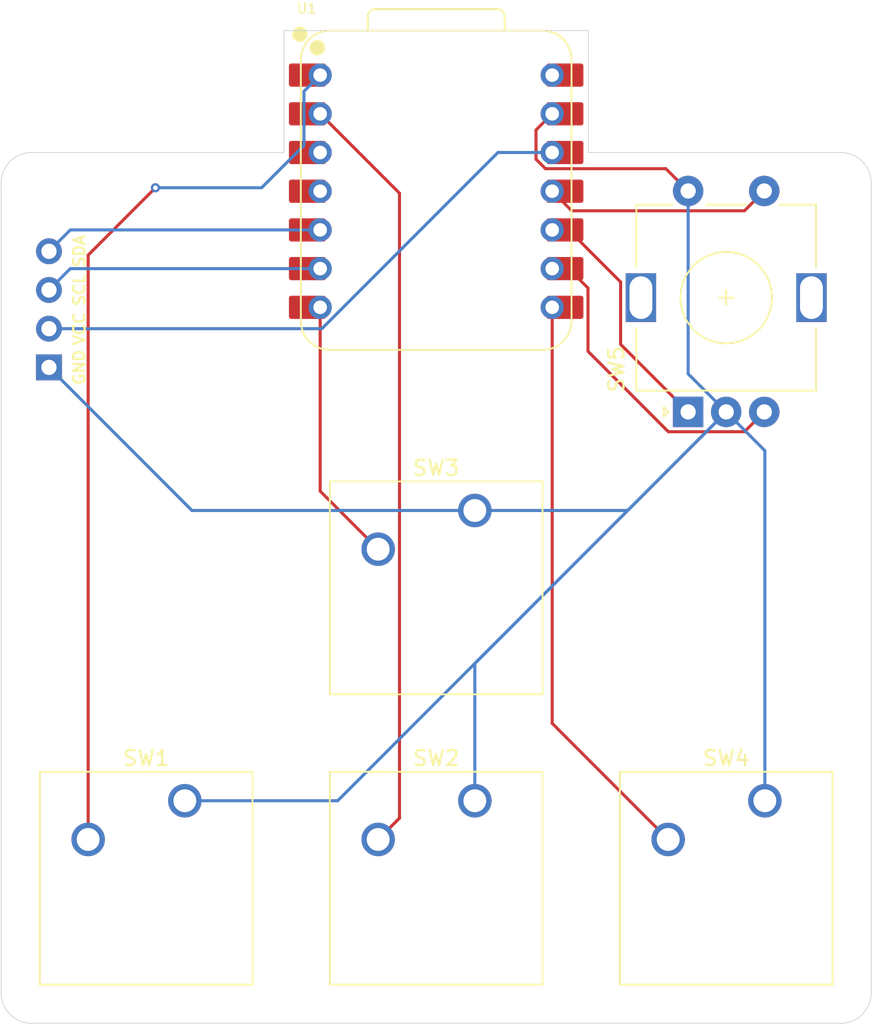
<source format=kicad_pcb>
(kicad_pcb (version 20241229) (generator "pcbnew") (generator_version "9.0")
  (layers (0 "F.Cu" signal) (2 "B.Cu" signal) (13 "F.Paste" user) (15 "B.Paste" user) (5 "F.SilkS" user "F.Silkscreen") (7 "B.SilkS" user "B.Silkscreen") (1 "F.Mask" user) (3 "B.Mask" user) (25 "Edge.Cuts" user))
  (net 0 "")
  (net 1 "scl")
  (net 2 "sda")
  (net 3 "VCC")
  (net 4 "GND")
  (net 5 "Net-(U1-GPIO26{slash}ADC0{slash}A0)")
  (net 6 "Net-(U1-GPIO27{slash}ADC1{slash}A1)")
  (net 7 "Net-(U1-GPIO0{slash}TX)")
  (net 8 "Net-(U1-GPIO1{slash}RX)")
  (net 9 "Net-(U1-GPIO4{slash}MISO)")
  (net 10 "Net-(U1-GPIO3{slash}MOSI)")
  (net 11 "Net-(U1-GPIO2{slash}SCK)")
  (footprint "Button_Switch_Keyboard:SW_Cherry_MX_1.00u_PCB" (layer "F.Cu") (at 138.1 107.15)
    (property "Reference" "SW4" (at -2.54 -2.794 0) (layer "F.SilkS"))
    (property "Value" "SW_Push")
    (fp_line (start -9.525 -1.905) (end 4.445 -1.905) (stroke (width 0.12)) (layer "F.SilkS"))
    (fp_line (start -9.525 12.065) (end -9.525 -1.905) (stroke (width 0.12)) (layer "F.SilkS"))
    (fp_line (start 4.445 -1.905) (end 4.445 12.065) (stroke (width 0.12)) (layer "F.SilkS"))
    (fp_line (start 4.445 12.065) (end -9.525 12.065) (stroke (width 0.12)) (layer "F.SilkS"))
    (pad "" np_thru_hole circle (at -7.62 5.08) (size 1.7 1.7) (drill 1.7) (layers "*.Cu" "*.Mask"))
    (pad "" np_thru_hole circle (at -2.54 5.08) (size 4 4) (drill 4) (layers "*.Cu" "*.Mask"))
    (pad "" np_thru_hole circle (at 2.54 5.08) (size 1.7 1.7) (drill 1.7) (layers "*.Cu" "*.Mask"))
    (pad "1" thru_hole circle (at 0 0) (size 2.2 2.2) (drill 1.5) (layers "*.Cu" "*.Mask") (net 4 "GND"))
    (pad "2" thru_hole circle (at -6.35 2.54) (size 2.2 2.2) (drill 1.5) (layers "*.Cu" "*.Mask") (net 8 "Net-(U1-GPIO1{slash}RX)"))
  )
  (footprint "Button_Switch_Keyboard:SW_Cherry_MX_1.00u_PCB" (layer "F.Cu") (at 100 107.15)
    (property "Reference" "SW1" (at -2.54 -2.794 0) (layer "F.SilkS"))
    (property "Value" "SW_Push")
    (fp_line (start -9.525 -1.905) (end 4.445 -1.905) (stroke (width 0.12)) (layer "F.SilkS"))
    (fp_line (start -9.525 12.065) (end -9.525 -1.905) (stroke (width 0.12)) (layer "F.SilkS"))
    (fp_line (start 4.445 -1.905) (end 4.445 12.065) (stroke (width 0.12)) (layer "F.SilkS"))
    (fp_line (start 4.445 12.065) (end -9.525 12.065) (stroke (width 0.12)) (layer "F.SilkS"))
    (pad "" np_thru_hole circle (at -7.62 5.08) (size 1.7 1.7) (drill 1.7) (layers "*.Cu" "*.Mask"))
    (pad "" np_thru_hole circle (at -2.54 5.08) (size 4 4) (drill 4) (layers "*.Cu" "*.Mask"))
    (pad "" np_thru_hole circle (at 2.54 5.08) (size 1.7 1.7) (drill 1.7) (layers "*.Cu" "*.Mask"))
    (pad "1" thru_hole circle (at 0 0) (size 2.2 2.2) (drill 1.5) (layers "*.Cu" "*.Mask") (net 4 "GND"))
    (pad "2" thru_hole circle (at -6.35 2.54) (size 2.2 2.2) (drill 1.5) (layers "*.Cu" "*.Mask") (net 5 "Net-(U1-GPIO26{slash}ADC0{slash}A0)"))
  )
  (footprint "Button_Switch_Keyboard:SW_Cherry_MX_1.00u_PCB" (layer "F.Cu") (at 119.05 88.1)
    (property "Reference" "SW3" (at -2.54 -2.794 0) (layer "F.SilkS"))
    (property "Value" "SW_Push")
    (fp_line (start -9.525 -1.905) (end 4.445 -1.905) (stroke (width 0.12)) (layer "F.SilkS"))
    (fp_line (start -9.525 12.065) (end -9.525 -1.905) (stroke (width 0.12)) (layer "F.SilkS"))
    (fp_line (start 4.445 -1.905) (end 4.445 12.065) (stroke (width 0.12)) (layer "F.SilkS"))
    (fp_line (start 4.445 12.065) (end -9.525 12.065) (stroke (width 0.12)) (layer "F.SilkS"))
    (pad "" np_thru_hole circle (at -7.62 5.08) (size 1.7 1.7) (drill 1.7) (layers "*.Cu" "*.Mask"))
    (pad "" np_thru_hole circle (at -2.54 5.08) (size 4 4) (drill 4) (layers "*.Cu" "*.Mask"))
    (pad "" np_thru_hole circle (at 2.54 5.08) (size 1.7 1.7) (drill 1.7) (layers "*.Cu" "*.Mask"))
    (pad "1" thru_hole circle (at 0 0) (size 2.2 2.2) (drill 1.5) (layers "*.Cu" "*.Mask") (net 4 "GND"))
    (pad "2" thru_hole circle (at -6.35 2.54) (size 2.2 2.2) (drill 1.5) (layers "*.Cu" "*.Mask") (net 7 "Net-(U1-GPIO0{slash}TX)"))
  )
  (footprint "XIAO:XIAO-RP2040-DIP" (layer "F.Cu") (at 116.51 67.146)
    (property "Reference" "U1" (at -8.5 -12 0) (layer "F.SilkS") (effects (font (size 0.635 0.635) (thickness 0.1016))))
    (property "Value" "XIAO-RP2040-DIP")
    (fp_line (start -8.89 8.509) (end -8.89 -8.636) (stroke (width 0.127)) (layer "F.SilkS"))
    (fp_line (start -6.985 10.414) (end 6.985 10.414) (stroke (width 0.127)) (layer "F.SilkS"))
    (fp_line (start -4.495 -10.541) (end -4.491272 -11.451272) (stroke (width 0.127)) (layer "F.SilkS"))
    (fp_line (start -3.991272 -11.951) (end 4.004 -11.951) (stroke (width 0.127)) (layer "F.SilkS"))
    (fp_line (start 4.504 -11.451) (end 4.504 -10.541) (stroke (width 0.127)) (layer "F.SilkS"))
    (fp_line (start 6.985 -10.541) (end -6.985 -10.541) (stroke (width 0.1)) (layer "F.SilkS"))
    (fp_line (start 6.985 -10.541) (end -6.985 -10.541) (stroke (width 0.127)) (layer "F.SilkS"))
    (fp_line (start 8.89 8.509) (end 8.89 -8.636) (stroke (width 0.127)) (layer "F.SilkS"))
    (fp_arc (start -8.89 -8.636) (mid -8.332038 -9.983038) (end -6.985 -10.541) (stroke (width 0.127)) (layer "F.SilkS"))
    (fp_arc (start -6.985 10.414) (mid -8.332038 9.856038) (end -8.89 8.509) (stroke (width 0.127)) (layer "F.SilkS"))
    (fp_arc (start -4.491272 -11.451272) (mid -4.344728 -11.80464) (end -3.991272 -11.951) (stroke (width 0.127)) (layer "F.SilkS"))
    (fp_arc (start 4.004 -11.951) (mid 4.357553 -11.804553) (end 4.504 -11.451) (stroke (width 0.127)) (layer "F.SilkS"))
    (fp_arc (start 6.985 -10.541) (mid 8.332038 -9.983038) (end 8.89 -8.636) (stroke (width 0.127)) (layer "F.SilkS"))
    (fp_arc (start 8.89 8.509) (mid 8.332038 9.856038) (end 6.985 10.414) (stroke (width 0.127)) (layer "F.SilkS"))
    (fp_circle (center -8.95 -10.3) (end -8.95 -10.554) (stroke (width 0.5)) (fill yes) (layer "F.SilkS"))
    (fp_circle (center -7.807 -9.42) (end -7.807 -9.674) (stroke (width 0.5)) (fill yes) (layer "F.SilkS"))
    (pad "1" smd roundrect (at -8.455 -7.62 180) (size 2.432 1.524) (layers "F.Cu" "F.Mask") (roundrect_rratio 0.1) (net 5 "Net-(U1-GPIO26{slash}ADC0{slash}A0)"))
    (pad "1" thru_hole circle (at -7.62 -7.62 180) (size 1.524 1.524) (drill 0.889) (layers "*.Cu" "*.Mask") (net 5 "Net-(U1-GPIO26{slash}ADC0{slash}A0)"))
    (pad "2" smd roundrect (at -8.455 -5.08 180) (size 2.432 1.524) (layers "F.Cu" "F.Mask") (roundrect_rratio 0.1) (net 6 "Net-(U1-GPIO27{slash}ADC1{slash}A1)"))
    (pad "2" thru_hole circle (at -7.62 -5.08 180) (size 1.524 1.524) (drill 0.889) (layers "*.Cu" "*.Mask") (net 6 "Net-(U1-GPIO27{slash}ADC1{slash}A1)"))
    (pad "3" smd roundrect (at -8.455 -2.54 180) (size 2.432 1.524) (layers "F.Cu" "F.Mask") (roundrect_rratio 0.1))
    (pad "3" thru_hole circle (at -7.62 -2.54 180) (size 1.524 1.524) (drill 0.889) (layers "*.Cu" "*.Mask"))
    (pad "4" smd roundrect (at -8.455 0 180) (size 2.432 1.524) (layers "F.Cu" "F.Mask") (roundrect_rratio 0.1))
    (pad "4" thru_hole circle (at -7.62 0 180) (size 1.524 1.524) (drill 0.889) (layers "*.Cu" "*.Mask"))
    (pad "5" smd roundrect (at -8.455 2.54 180) (size 2.432 1.524) (layers "F.Cu" "F.Mask") (roundrect_rratio 0.1) (net 2 "sda"))
    (pad "5" thru_hole circle (at -7.62 2.54 180) (size 1.524 1.524) (drill 0.889) (layers "*.Cu" "*.Mask") (net 2 "sda"))
    (pad "6" smd roundrect (at -8.455 5.08 180) (size 2.432 1.524) (layers "F.Cu" "F.Mask") (roundrect_rratio 0.1) (net 1 "scl"))
    (pad "6" thru_hole circle (at -7.62 5.08 180) (size 1.524 1.524) (drill 0.889) (layers "*.Cu" "*.Mask") (net 1 "scl"))
    (pad "7" smd roundrect (at -8.455 7.62 180) (size 2.432 1.524) (layers "F.Cu" "F.Mask") (roundrect_rratio 0.1) (net 7 "Net-(U1-GPIO0{slash}TX)"))
    (pad "7" thru_hole circle (at -7.62 7.62 180) (size 1.524 1.524) (drill 0.889) (layers "*.Cu" "*.Mask") (net 7 "Net-(U1-GPIO0{slash}TX)"))
    (pad "8" thru_hole circle (at 7.62 7.62) (size 1.524 1.524) (drill 0.889) (layers "*.Cu" "*.Mask") (net 8 "Net-(U1-GPIO1{slash}RX)"))
    (pad "8" smd roundrect (at 8.455 7.62) (size 2.432 1.524) (layers "F.Cu" "F.Mask") (roundrect_rratio 0.1) (net 8 "Net-(U1-GPIO1{slash}RX)"))
    (pad "9" thru_hole circle (at 7.62 5.08) (size 1.524 1.524) (drill 0.889) (layers "*.Cu" "*.Mask") (net 11 "Net-(U1-GPIO2{slash}SCK)"))
    (pad "9" smd roundrect (at 8.455 5.08) (size 2.432 1.524) (layers "F.Cu" "F.Mask") (roundrect_rratio 0.1) (net 11 "Net-(U1-GPIO2{slash}SCK)"))
    (pad "10" thru_hole circle (at 7.62 2.54) (size 1.524 1.524) (drill 0.889) (layers "*.Cu" "*.Mask") (net 9 "Net-(U1-GPIO4{slash}MISO)"))
    (pad "10" smd roundrect (at 8.455 2.54) (size 2.432 1.524) (layers "F.Cu" "F.Mask") (roundrect_rratio 0.1) (net 9 "Net-(U1-GPIO4{slash}MISO)"))
    (pad "11" thru_hole circle (at 7.62 0) (size 1.524 1.524) (drill 0.889) (layers "*.Cu" "*.Mask") (net 10 "Net-(U1-GPIO3{slash}MOSI)"))
    (pad "11" smd roundrect (at 8.455 0) (size 2.432 1.524) (layers "F.Cu" "F.Mask") (roundrect_rratio 0.1) (net 10 "Net-(U1-GPIO3{slash}MOSI)"))
    (pad "12" thru_hole circle (at 7.62 -2.54) (size 1.524 1.524) (drill 0.889) (layers "*.Cu" "*.Mask") (net 3 "VCC"))
    (pad "12" smd roundrect (at 8.455 -2.54) (size 2.432 1.524) (layers "F.Cu" "F.Mask") (roundrect_rratio 0.1) (net 3 "VCC"))
    (pad "13" thru_hole circle (at 7.62 -5.08) (size 1.524 1.524) (drill 0.889) (layers "*.Cu" "*.Mask") (net 4 "GND"))
    (pad "13" smd roundrect (at 8.455 -5.08) (size 2.432 1.524) (layers "F.Cu" "F.Mask") (roundrect_rratio 0.1) (net 4 "GND"))
    (pad "14" thru_hole circle (at 7.62 -7.62) (size 1.524 1.524) (drill 0.889) (layers "*.Cu" "*.Mask"))
    (pad "14" smd roundrect (at 8.455 -7.62) (size 2.432 1.524) (layers "F.Cu" "F.Mask") (roundrect_rratio 0.1))
  )
  (footprint "Button_Switch_Keyboard:SW_Cherry_MX_1.00u_PCB" (layer "F.Cu") (at 119.05 107.15)
    (property "Reference" "SW2" (at -2.54 -2.794 0) (layer "F.SilkS"))
    (property "Value" "SW_Push")
    (fp_line (start -9.525 -1.905) (end 4.445 -1.905) (stroke (width 0.12)) (layer "F.SilkS"))
    (fp_line (start -9.525 12.065) (end -9.525 -1.905) (stroke (width 0.12)) (layer "F.SilkS"))
    (fp_line (start 4.445 -1.905) (end 4.445 12.065) (stroke (width 0.12)) (layer "F.SilkS"))
    (fp_line (start 4.445 12.065) (end -9.525 12.065) (stroke (width 0.12)) (layer "F.SilkS"))
    (pad "" np_thru_hole circle (at -7.62 5.08) (size 1.7 1.7) (drill 1.7) (layers "*.Cu" "*.Mask"))
    (pad "" np_thru_hole circle (at -2.54 5.08) (size 4 4) (drill 4) (layers "*.Cu" "*.Mask"))
    (pad "" np_thru_hole circle (at 2.54 5.08) (size 1.7 1.7) (drill 1.7) (layers "*.Cu" "*.Mask"))
    (pad "1" thru_hole circle (at 0 0) (size 2.2 2.2) (drill 1.5) (layers "*.Cu" "*.Mask") (net 4 "GND"))
    (pad "2" thru_hole circle (at -6.35 2.54) (size 2.2 2.2) (drill 1.5) (layers "*.Cu" "*.Mask") (net 6 "Net-(U1-GPIO27{slash}ADC1{slash}A1)"))
  )
  (footprint "ROTARY:RotaryEncoder_Alps_EC11E-Switch_Vertical_H20mm" (layer "F.Cu") (at 133.06 81.63 90)
    (property "Reference" "SW5" (at 2.8 -4.7 90) (layer "F.SilkS"))
    (property "Value" "RotaryEncoder_Switch")
    (fp_line (start 13.6 -3.4) (end 13.6 -1) (stroke (width 0.12)) (layer "F.SilkS"))
    (fp_line (start 9.5 -3.4) (end 13.6 -3.4) (stroke (width 0.12)) (layer "F.SilkS"))
    (fp_line (start 5.5 -3.4) (end 1.4 -3.4) (stroke (width 0.12)) (layer "F.SilkS"))
    (fp_line (start 1.4 -3.4) (end 1.4 8.4) (stroke (width 0.12)) (layer "F.SilkS"))
    (fp_line (start 0.3 -1.6) (end 0 -1.3) (stroke (width 0.12)) (layer "F.SilkS"))
    (fp_line (start -0.3 -1.6) (end 0.3 -1.6) (stroke (width 0.12)) (layer "F.SilkS"))
    (fp_line (start 0 -1.3) (end -0.3 -1.6) (stroke (width 0.12)) (layer "F.SilkS"))
    (fp_line (start 13.6 1.2) (end 13.6 3.8) (stroke (width 0.12)) (layer "F.SilkS"))
    (fp_line (start 7.5 2) (end 7.5 3) (stroke (width 0.12)) (layer "F.SilkS"))
    (fp_line (start 7 2.5) (end 8 2.5) (stroke (width 0.12)) (layer "F.SilkS"))
    (fp_line (start 13.6 6) (end 13.6 8.4) (stroke (width 0.12)) (layer "F.SilkS"))
    (fp_line (start 13.6 8.4) (end 9.5 8.4) (stroke (width 0.12)) (layer "F.SilkS"))
    (fp_line (start 5.5 8.4) (end 1.4 8.4) (stroke (width 0.12)) (layer "F.SilkS"))
    (fp_circle (center 7.5 2.5) (end 10.5 2.5) (stroke (width 0.12)) (fill no) (layer "F.SilkS"))
    (pad "A" thru_hole rect (at 0 0 90) (size 2 2) (drill 1) (layers "*.Cu" "*.Mask") (net 9 "Net-(U1-GPIO4{slash}MISO)"))
    (pad "B" thru_hole circle (at 0 5 90) (size 2 2) (drill 1) (layers "*.Cu" "*.Mask") (net 11 "Net-(U1-GPIO2{slash}SCK)"))
    (pad "C" thru_hole circle (at 0 2.5 90) (size 2 2) (drill 1) (layers "*.Cu" "*.Mask") (net 4 "GND"))
    (pad "MP" thru_hole rect (at 7.5 -3.1 90) (size 3.2 2) (drill oval 2.8 1.5) (layers "*.Cu" "*.Mask"))
    (pad "MP" thru_hole rect (at 7.5 8.1 90) (size 3.2 2) (drill oval 2.8 1.5) (layers "*.Cu" "*.Mask"))
    (pad "S1" thru_hole circle (at 14.5 5 90) (size 2 2) (drill 1) (layers "*.Cu" "*.Mask") (net 10 "Net-(U1-GPIO3{slash}MOSI)"))
    (pad "S2" thru_hole circle (at 14.5 0 90) (size 2 2) (drill 1) (layers "*.Cu" "*.Mask") (net 4 "GND"))
  )
  (footprint "OLED:SSD1306-0.91-OLED-4pin-128x32" (layer "F.Cu") (at 127.576352 80.897971 180)
    (property "Reference" "J1" (hide yes))
    (property "Value" "Conn_01x04_Pin" (hide yes))
    (fp_text user "SCL" (at 34.5 7.27 90) (layer "F.SilkS") (effects (font (size 0.75 0.75))))
    (fp_text user "VCC" (at 34.5 4.73 90) (layer "F.SilkS") (effects (font (size 0.75 0.75))))
    (fp_text user "SDA" (at 34.5 9.81 90) (layer "F.SilkS") (effects (font (size 0.75 0.75))))
    (fp_text user "GND" (at 34.5 2.19 90) (layer "F.SilkS") (effects (font (size 0.75 0.75))))
    (pad "1" thru_hole rect (at 36.5 2.19 180) (size 1.7 1.7) (drill 1) (layers "*.Cu" "*.Mask") (net 4 "GND"))
    (pad "2" thru_hole oval (at 36.5 4.73 180) (size 1.7 1.7) (drill 1) (layers "*.Cu" "*.Mask") (net 3 "VCC"))
    (pad "3" thru_hole oval (at 36.5 7.27 180) (size 1.7 1.7) (drill 1) (layers "*.Cu" "*.Mask") (net 1 "scl"))
    (pad "4" thru_hole oval (at 36.5 9.81 180) (size 1.7 1.7) (drill 1) (layers "*.Cu" "*.Mask") (net 2 "sda"))
  )
  (gr_arc (start 145.085 119.755) (mid 144.499214 121.169214) (end 143.085 121.755) (stroke (width 0.05)) (layer "Edge.Cuts"))
  (gr_arc (start 89.935 121.755) (mid 88.520786 121.169214) (end 87.935 119.755) (stroke (width 0.05)) (layer "Edge.Cuts"))
  (gr_line (start 89.935 121.755) (end 143.085 121.755) (stroke (width 0.05)) (layer "Edge.Cuts"))
  (gr_arc (start 87.935 66.605) (mid 88.520786 65.190786) (end 89.935 64.605) (stroke (width 0.05)) (layer "Edge.Cuts"))
  (gr_line (start 126.51 56.605) (end 126.51 64.605) (stroke (width 0.05)) (layer "Edge.Cuts"))
  (gr_line (start 145.085 66.605) (end 145.085 119.755) (stroke (width 0.05)) (layer "Edge.Cuts"))
  (gr_arc (start 143.085 64.605) (mid 144.499214 65.190786) (end 145.085 66.605) (stroke (width 0.05)) (layer "Edge.Cuts"))
  (gr_line (start 87.935 66.605) (end 87.935 119.755) (stroke (width 0.05)) (layer "Edge.Cuts"))
  (gr_line (start 89.935 64.605) (end 106.51 64.605) (stroke (width 0.05)) (layer "Edge.Cuts"))
  (gr_line (start 126.51 64.605) (end 143.085 64.605) (stroke (width 0.05)) (layer "Edge.Cuts"))
  (gr_line (start 106.51 64.605) (end 106.51 56.605) (stroke (width 0.05)) (layer "Edge.Cuts"))
  (gr_line (start 106.51 56.605) (end 126.51 56.605) (stroke (width 0.05)) (layer "Edge.Cuts"))
  (segment (start 92.478323 72.226) (end 108.89 72.226) (width 0.2) (layer "B.Cu") (net 1))
  (segment (start 91.076352 73.627971) (end 92.478323 72.226) (width 0.2) (layer "B.Cu") (net 1))
  (segment (start 91.076352 71.087971) (end 92.478323 69.686) (width 0.2) (layer "B.Cu") (net 2))
  (segment (start 92.478323 69.686) (end 108.89 69.686) (width 0.2) (layer "B.Cu") (net 2))
  (segment (start 109.002029 76.167971) (end 120.564 64.606) (width 0.2) (layer "B.Cu") (net 3))
  (segment (start 91.076352 76.167971) (end 109.002029 76.167971) (width 0.2) (layer "B.Cu") (net 3))
  (segment (start 120.564 64.606) (end 124.13 64.606) (width 0.2) (layer "B.Cu") (net 3))
  (segment (start 133.06 67.13) (end 131.599 65.669) (width 0.2) (layer "F.Cu") (net 4))
  (segment (start 131.599 65.669) (end 123.68969 65.669) (width 0.2) (layer "F.Cu") (net 4))
  (segment (start 123.68969 65.669) (end 123.067 65.04631) (width 0.2) (layer "F.Cu") (net 4))
  (segment (start 123.067 65.04631) (end 123.067 63.129) (width 0.2) (layer "F.Cu") (net 4))
  (segment (start 123.067 63.129) (end 124.13 62.066) (width 0.2) (layer "F.Cu") (net 4))
  (segment (start 119.05 98.14) (end 135.56 81.63) (width 0.2) (layer "B.Cu") (net 4))
  (segment (start 100 107.15) (end 110.04 107.15) (width 0.2) (layer "B.Cu") (net 4))
  (segment (start 138.1 107.15) (end 138.1 84.17) (width 0.2) (layer "B.Cu") (net 4))
  (segment (start 119.05 107.15) (end 119.05 98.14) (width 0.2) (layer "B.Cu") (net 4))
  (segment (start 110.04 107.15) (end 135.56 81.63) (width 0.2) (layer "B.Cu") (net 4))
  (segment (start 119.05 88.1) (end 129.09 88.1) (width 0.2) (layer "B.Cu") (net 4))
  (segment (start 133.06 79.13) (end 133.06 67.13) (width 0.2) (layer "B.Cu") (net 4))
  (segment (start 100.468381 88.1) (end 119.05 88.1) (width 0.2) (layer "B.Cu") (net 4))
  (segment (start 129.09 88.1) (end 135.56 81.63) (width 0.2) (layer "B.Cu") (net 4))
  (segment (start 138.1 84.17) (end 135.56 81.63) (width 0.2) (layer "B.Cu") (net 4))
  (segment (start 135.56 81.63) (end 133.06 79.13) (width 0.2) (layer "B.Cu") (net 4))
  (segment (start 91.076352 78.707971) (end 100.468381 88.1) (width 0.2) (layer "B.Cu") (net 4))
  (segment (start 93.65 71.34) (end 98.07 66.92) (width 0.2) (layer "F.Cu") (net 5))
  (segment (start 93.65 109.69) (end 93.65 71.34) (width 0.2) (layer "F.Cu") (net 5))
  (via (at 98.07 66.92) (size 0.6) (drill 0.3) (layers "F.Cu" "B.Cu") (net 5))
  (segment (start 98.07 66.92) (end 105.044942 66.92) (width 0.2) (layer "B.Cu") (net 5))
  (segment (start 107.827 60.589) (end 108.89 59.526) (width 0.2) (layer "B.Cu") (net 5))
  (segment (start 107.827 64.137942) (end 107.827 60.589) (width 0.2) (layer "B.Cu") (net 5))
  (segment (start 105.044942 66.92) (end 107.827 64.137942) (width 0.2) (layer "B.Cu") (net 5))
  (segment (start 114.101 108.289) (end 114.101 67.277) (width 0.2) (layer "F.Cu") (net 6))
  (segment (start 114.101 67.277) (end 108.89 62.066) (width 0.2) (layer "F.Cu") (net 6))
  (segment (start 112.7 109.69) (end 114.101 108.289) (width 0.2) (layer "F.Cu") (net 6))
  (segment (start 108.89 86.83) (end 108.89 74.766) (width 0.2) (layer "F.Cu") (net 7))
  (segment (start 112.7 90.64) (end 108.89 86.83) (width 0.2) (layer "F.Cu") (net 7))
  (segment (start 131.75 109.69) (end 124.13 102.07) (width 0.2) (layer "F.Cu") (net 8))
  (segment (start 124.13 102.07) (end 124.13 74.766) (width 0.2) (layer "F.Cu") (net 8))
  (segment (start 125.20763 69.686) (end 124.13 69.686) (width 0.2) (layer "F.Cu") (net 9))
  (segment (start 133.06 81.63) (end 128.625 77.195) (width 0.2) (layer "F.Cu") (net 9))
  (segment (start 128.625 77.195) (end 128.625 73.10337) (width 0.2) (layer "F.Cu") (net 9))
  (segment (start 128.625 73.10337) (end 125.20763 69.686) (width 0.2) (layer "F.Cu") (net 9))
  (segment (start 138.06 67.13) (end 136.759 68.431) (width 0.2) (layer "F.Cu") (net 10))
  (segment (start 125.415 68.431) (end 124.13 67.146) (width 0.2) (layer "F.Cu") (net 10))
  (segment (start 136.759 68.431) (end 125.415 68.431) (width 0.2) (layer "F.Cu") (net 10))
  (segment (start 126.482 73.50037) (end 125.20763 72.226) (width 0.2) (layer "F.Cu") (net 11))
  (segment (start 131.759 82.931) (end 126.482 77.654) (width 0.2) (layer "F.Cu") (net 11))
  (segment (start 125.20763 72.226) (end 124.13 72.226) (width 0.2) (layer "F.Cu") (net 11))
  (segment (start 138.06 81.63) (end 136.759 82.931) (width 0.2) (layer "F.Cu") (net 11))
  (segment (start 136.759 82.931) (end 131.759 82.931) (width 0.2) (layer "F.Cu") (net 11))
  (segment (start 126.482 77.654) (end 126.482 73.50037) (width 0.2) (layer "F.Cu") (net 11))
)
</source>
